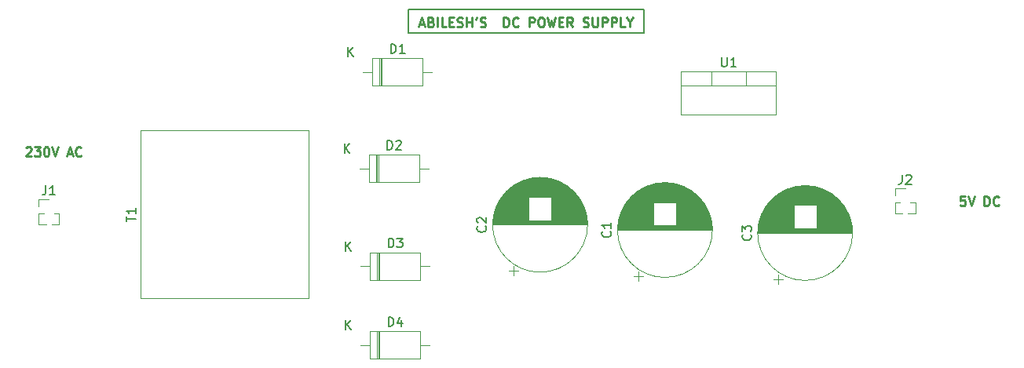
<source format=gto>
%TF.GenerationSoftware,KiCad,Pcbnew,(6.0.4)*%
%TF.CreationDate,2022-07-31T01:39:18+05:30*%
%TF.ProjectId,DC-POWER-SUPPLY,44432d50-4f57-4455-922d-535550504c59,rev?*%
%TF.SameCoordinates,Original*%
%TF.FileFunction,Legend,Top*%
%TF.FilePolarity,Positive*%
%FSLAX46Y46*%
G04 Gerber Fmt 4.6, Leading zero omitted, Abs format (unit mm)*
G04 Created by KiCad (PCBNEW (6.0.4)) date 2022-07-31 01:39:18*
%MOMM*%
%LPD*%
G01*
G04 APERTURE LIST*
%ADD10C,0.150000*%
%ADD11C,0.250000*%
%ADD12C,0.120000*%
G04 APERTURE END LIST*
D10*
X152273000Y-31496000D02*
X152273000Y-28956000D01*
X126873000Y-31496000D02*
X152273000Y-31496000D01*
X126873000Y-28956000D02*
X126873000Y-31496000D01*
X152273000Y-28956000D02*
X126873000Y-28956000D01*
D11*
X128120619Y-30519666D02*
X128596809Y-30519666D01*
X128025380Y-30805380D02*
X128358714Y-29805380D01*
X128692047Y-30805380D01*
X129358714Y-30281571D02*
X129501571Y-30329190D01*
X129549190Y-30376809D01*
X129596809Y-30472047D01*
X129596809Y-30614904D01*
X129549190Y-30710142D01*
X129501571Y-30757761D01*
X129406333Y-30805380D01*
X129025380Y-30805380D01*
X129025380Y-29805380D01*
X129358714Y-29805380D01*
X129453952Y-29853000D01*
X129501571Y-29900619D01*
X129549190Y-29995857D01*
X129549190Y-30091095D01*
X129501571Y-30186333D01*
X129453952Y-30233952D01*
X129358714Y-30281571D01*
X129025380Y-30281571D01*
X130025380Y-30805380D02*
X130025380Y-29805380D01*
X130977761Y-30805380D02*
X130501571Y-30805380D01*
X130501571Y-29805380D01*
X131311095Y-30281571D02*
X131644428Y-30281571D01*
X131787285Y-30805380D02*
X131311095Y-30805380D01*
X131311095Y-29805380D01*
X131787285Y-29805380D01*
X132168238Y-30757761D02*
X132311095Y-30805380D01*
X132549190Y-30805380D01*
X132644428Y-30757761D01*
X132692047Y-30710142D01*
X132739666Y-30614904D01*
X132739666Y-30519666D01*
X132692047Y-30424428D01*
X132644428Y-30376809D01*
X132549190Y-30329190D01*
X132358714Y-30281571D01*
X132263476Y-30233952D01*
X132215857Y-30186333D01*
X132168238Y-30091095D01*
X132168238Y-29995857D01*
X132215857Y-29900619D01*
X132263476Y-29853000D01*
X132358714Y-29805380D01*
X132596809Y-29805380D01*
X132739666Y-29853000D01*
X133168238Y-30805380D02*
X133168238Y-29805380D01*
X133168238Y-30281571D02*
X133739666Y-30281571D01*
X133739666Y-30805380D02*
X133739666Y-29805380D01*
X134263476Y-29805380D02*
X134168238Y-29995857D01*
X134644428Y-30757761D02*
X134787285Y-30805380D01*
X135025380Y-30805380D01*
X135120619Y-30757761D01*
X135168238Y-30710142D01*
X135215857Y-30614904D01*
X135215857Y-30519666D01*
X135168238Y-30424428D01*
X135120619Y-30376809D01*
X135025380Y-30329190D01*
X134834904Y-30281571D01*
X134739666Y-30233952D01*
X134692047Y-30186333D01*
X134644428Y-30091095D01*
X134644428Y-29995857D01*
X134692047Y-29900619D01*
X134739666Y-29853000D01*
X134834904Y-29805380D01*
X135073000Y-29805380D01*
X135215857Y-29853000D01*
X137168238Y-30805380D02*
X137168238Y-29805380D01*
X137406333Y-29805380D01*
X137549190Y-29853000D01*
X137644428Y-29948238D01*
X137692047Y-30043476D01*
X137739666Y-30233952D01*
X137739666Y-30376809D01*
X137692047Y-30567285D01*
X137644428Y-30662523D01*
X137549190Y-30757761D01*
X137406333Y-30805380D01*
X137168238Y-30805380D01*
X138739666Y-30710142D02*
X138692047Y-30757761D01*
X138549190Y-30805380D01*
X138453952Y-30805380D01*
X138311095Y-30757761D01*
X138215857Y-30662523D01*
X138168238Y-30567285D01*
X138120619Y-30376809D01*
X138120619Y-30233952D01*
X138168238Y-30043476D01*
X138215857Y-29948238D01*
X138311095Y-29853000D01*
X138453952Y-29805380D01*
X138549190Y-29805380D01*
X138692047Y-29853000D01*
X138739666Y-29900619D01*
X139930142Y-30805380D02*
X139930142Y-29805380D01*
X140311095Y-29805380D01*
X140406333Y-29853000D01*
X140453952Y-29900619D01*
X140501571Y-29995857D01*
X140501571Y-30138714D01*
X140453952Y-30233952D01*
X140406333Y-30281571D01*
X140311095Y-30329190D01*
X139930142Y-30329190D01*
X141120619Y-29805380D02*
X141311095Y-29805380D01*
X141406333Y-29853000D01*
X141501571Y-29948238D01*
X141549190Y-30138714D01*
X141549190Y-30472047D01*
X141501571Y-30662523D01*
X141406333Y-30757761D01*
X141311095Y-30805380D01*
X141120619Y-30805380D01*
X141025380Y-30757761D01*
X140930142Y-30662523D01*
X140882523Y-30472047D01*
X140882523Y-30138714D01*
X140930142Y-29948238D01*
X141025380Y-29853000D01*
X141120619Y-29805380D01*
X141882523Y-29805380D02*
X142120619Y-30805380D01*
X142311095Y-30091095D01*
X142501571Y-30805380D01*
X142739666Y-29805380D01*
X143120619Y-30281571D02*
X143453952Y-30281571D01*
X143596809Y-30805380D02*
X143120619Y-30805380D01*
X143120619Y-29805380D01*
X143596809Y-29805380D01*
X144596809Y-30805380D02*
X144263476Y-30329190D01*
X144025380Y-30805380D02*
X144025380Y-29805380D01*
X144406333Y-29805380D01*
X144501571Y-29853000D01*
X144549190Y-29900619D01*
X144596809Y-29995857D01*
X144596809Y-30138714D01*
X144549190Y-30233952D01*
X144501571Y-30281571D01*
X144406333Y-30329190D01*
X144025380Y-30329190D01*
X145739666Y-30757761D02*
X145882523Y-30805380D01*
X146120619Y-30805380D01*
X146215857Y-30757761D01*
X146263476Y-30710142D01*
X146311095Y-30614904D01*
X146311095Y-30519666D01*
X146263476Y-30424428D01*
X146215857Y-30376809D01*
X146120619Y-30329190D01*
X145930142Y-30281571D01*
X145834904Y-30233952D01*
X145787285Y-30186333D01*
X145739666Y-30091095D01*
X145739666Y-29995857D01*
X145787285Y-29900619D01*
X145834904Y-29853000D01*
X145930142Y-29805380D01*
X146168238Y-29805380D01*
X146311095Y-29853000D01*
X146739666Y-29805380D02*
X146739666Y-30614904D01*
X146787285Y-30710142D01*
X146834904Y-30757761D01*
X146930142Y-30805380D01*
X147120619Y-30805380D01*
X147215857Y-30757761D01*
X147263476Y-30710142D01*
X147311095Y-30614904D01*
X147311095Y-29805380D01*
X147787285Y-30805380D02*
X147787285Y-29805380D01*
X148168238Y-29805380D01*
X148263476Y-29853000D01*
X148311095Y-29900619D01*
X148358714Y-29995857D01*
X148358714Y-30138714D01*
X148311095Y-30233952D01*
X148263476Y-30281571D01*
X148168238Y-30329190D01*
X147787285Y-30329190D01*
X148787285Y-30805380D02*
X148787285Y-29805380D01*
X149168238Y-29805380D01*
X149263476Y-29853000D01*
X149311095Y-29900619D01*
X149358714Y-29995857D01*
X149358714Y-30138714D01*
X149311095Y-30233952D01*
X149263476Y-30281571D01*
X149168238Y-30329190D01*
X148787285Y-30329190D01*
X150263476Y-30805380D02*
X149787285Y-30805380D01*
X149787285Y-29805380D01*
X150787285Y-30329190D02*
X150787285Y-30805380D01*
X150453952Y-29805380D02*
X150787285Y-30329190D01*
X151120619Y-29805380D01*
X186896571Y-49109380D02*
X186420380Y-49109380D01*
X186372761Y-49585571D01*
X186420380Y-49537952D01*
X186515619Y-49490333D01*
X186753714Y-49490333D01*
X186848952Y-49537952D01*
X186896571Y-49585571D01*
X186944190Y-49680809D01*
X186944190Y-49918904D01*
X186896571Y-50014142D01*
X186848952Y-50061761D01*
X186753714Y-50109380D01*
X186515619Y-50109380D01*
X186420380Y-50061761D01*
X186372761Y-50014142D01*
X187229904Y-49109380D02*
X187563238Y-50109380D01*
X187896571Y-49109380D01*
X188991809Y-50109380D02*
X188991809Y-49109380D01*
X189229904Y-49109380D01*
X189372761Y-49157000D01*
X189468000Y-49252238D01*
X189515619Y-49347476D01*
X189563238Y-49537952D01*
X189563238Y-49680809D01*
X189515619Y-49871285D01*
X189468000Y-49966523D01*
X189372761Y-50061761D01*
X189229904Y-50109380D01*
X188991809Y-50109380D01*
X190563238Y-50014142D02*
X190515619Y-50061761D01*
X190372761Y-50109380D01*
X190277523Y-50109380D01*
X190134666Y-50061761D01*
X190039428Y-49966523D01*
X189991809Y-49871285D01*
X189944190Y-49680809D01*
X189944190Y-49537952D01*
X189991809Y-49347476D01*
X190039428Y-49252238D01*
X190134666Y-49157000D01*
X190277523Y-49109380D01*
X190372761Y-49109380D01*
X190515619Y-49157000D01*
X190563238Y-49204619D01*
X85669809Y-43870619D02*
X85717428Y-43823000D01*
X85812666Y-43775380D01*
X86050761Y-43775380D01*
X86146000Y-43823000D01*
X86193619Y-43870619D01*
X86241238Y-43965857D01*
X86241238Y-44061095D01*
X86193619Y-44203952D01*
X85622190Y-44775380D01*
X86241238Y-44775380D01*
X86574571Y-43775380D02*
X87193619Y-43775380D01*
X86860285Y-44156333D01*
X87003142Y-44156333D01*
X87098380Y-44203952D01*
X87146000Y-44251571D01*
X87193619Y-44346809D01*
X87193619Y-44584904D01*
X87146000Y-44680142D01*
X87098380Y-44727761D01*
X87003142Y-44775380D01*
X86717428Y-44775380D01*
X86622190Y-44727761D01*
X86574571Y-44680142D01*
X87812666Y-43775380D02*
X87907904Y-43775380D01*
X88003142Y-43823000D01*
X88050761Y-43870619D01*
X88098380Y-43965857D01*
X88146000Y-44156333D01*
X88146000Y-44394428D01*
X88098380Y-44584904D01*
X88050761Y-44680142D01*
X88003142Y-44727761D01*
X87907904Y-44775380D01*
X87812666Y-44775380D01*
X87717428Y-44727761D01*
X87669809Y-44680142D01*
X87622190Y-44584904D01*
X87574571Y-44394428D01*
X87574571Y-44156333D01*
X87622190Y-43965857D01*
X87669809Y-43870619D01*
X87717428Y-43823000D01*
X87812666Y-43775380D01*
X88431714Y-43775380D02*
X88765047Y-44775380D01*
X89098380Y-43775380D01*
X90146000Y-44489666D02*
X90622190Y-44489666D01*
X90050761Y-44775380D02*
X90384095Y-43775380D01*
X90717428Y-44775380D01*
X91622190Y-44680142D02*
X91574571Y-44727761D01*
X91431714Y-44775380D01*
X91336476Y-44775380D01*
X91193619Y-44727761D01*
X91098380Y-44632523D01*
X91050761Y-44537285D01*
X91003142Y-44346809D01*
X91003142Y-44203952D01*
X91050761Y-44013476D01*
X91098380Y-43918238D01*
X91193619Y-43823000D01*
X91336476Y-43775380D01*
X91431714Y-43775380D01*
X91574571Y-43823000D01*
X91622190Y-43870619D01*
D10*
%TO.C,C3*%
X163779142Y-53224666D02*
X163826761Y-53272285D01*
X163874380Y-53415142D01*
X163874380Y-53510380D01*
X163826761Y-53653238D01*
X163731523Y-53748476D01*
X163636285Y-53796095D01*
X163445809Y-53843714D01*
X163302952Y-53843714D01*
X163112476Y-53796095D01*
X163017238Y-53748476D01*
X162922000Y-53653238D01*
X162874380Y-53510380D01*
X162874380Y-53415142D01*
X162922000Y-53272285D01*
X162969619Y-53224666D01*
X162874380Y-52891333D02*
X162874380Y-52272285D01*
X163255333Y-52605619D01*
X163255333Y-52462761D01*
X163302952Y-52367523D01*
X163350571Y-52319904D01*
X163445809Y-52272285D01*
X163683904Y-52272285D01*
X163779142Y-52319904D01*
X163826761Y-52367523D01*
X163874380Y-52462761D01*
X163874380Y-52748476D01*
X163826761Y-52843714D01*
X163779142Y-52891333D01*
%TO.C,C2*%
X135204142Y-52335666D02*
X135251761Y-52383285D01*
X135299380Y-52526142D01*
X135299380Y-52621380D01*
X135251761Y-52764238D01*
X135156523Y-52859476D01*
X135061285Y-52907095D01*
X134870809Y-52954714D01*
X134727952Y-52954714D01*
X134537476Y-52907095D01*
X134442238Y-52859476D01*
X134347000Y-52764238D01*
X134299380Y-52621380D01*
X134299380Y-52526142D01*
X134347000Y-52383285D01*
X134394619Y-52335666D01*
X134394619Y-51954714D02*
X134347000Y-51907095D01*
X134299380Y-51811857D01*
X134299380Y-51573761D01*
X134347000Y-51478523D01*
X134394619Y-51430904D01*
X134489857Y-51383285D01*
X134585095Y-51383285D01*
X134727952Y-51430904D01*
X135299380Y-52002333D01*
X135299380Y-51383285D01*
%TO.C,C1*%
X148666142Y-52899666D02*
X148713761Y-52947285D01*
X148761380Y-53090142D01*
X148761380Y-53185380D01*
X148713761Y-53328238D01*
X148618523Y-53423476D01*
X148523285Y-53471095D01*
X148332809Y-53518714D01*
X148189952Y-53518714D01*
X147999476Y-53471095D01*
X147904238Y-53423476D01*
X147809000Y-53328238D01*
X147761380Y-53185380D01*
X147761380Y-53090142D01*
X147809000Y-52947285D01*
X147856619Y-52899666D01*
X148761380Y-51947285D02*
X148761380Y-52518714D01*
X148761380Y-52233000D02*
X147761380Y-52233000D01*
X147904238Y-52328238D01*
X147999476Y-52423476D01*
X148047095Y-52518714D01*
%TO.C,J2*%
X180133666Y-46779380D02*
X180133666Y-47493666D01*
X180086047Y-47636523D01*
X179990809Y-47731761D01*
X179847952Y-47779380D01*
X179752714Y-47779380D01*
X180562238Y-46874619D02*
X180609857Y-46827000D01*
X180705095Y-46779380D01*
X180943190Y-46779380D01*
X181038428Y-46827000D01*
X181086047Y-46874619D01*
X181133666Y-46969857D01*
X181133666Y-47065095D01*
X181086047Y-47207952D01*
X180514619Y-47779380D01*
X181133666Y-47779380D01*
%TO.C,J1*%
X87804666Y-47922380D02*
X87804666Y-48636666D01*
X87757047Y-48779523D01*
X87661809Y-48874761D01*
X87518952Y-48922380D01*
X87423714Y-48922380D01*
X88804666Y-48922380D02*
X88233238Y-48922380D01*
X88518952Y-48922380D02*
X88518952Y-47922380D01*
X88423714Y-48065238D01*
X88328476Y-48160476D01*
X88233238Y-48208095D01*
%TO.C,D4*%
X124737904Y-63133380D02*
X124737904Y-62133380D01*
X124976000Y-62133380D01*
X125118857Y-62181000D01*
X125214095Y-62276238D01*
X125261714Y-62371476D01*
X125309333Y-62561952D01*
X125309333Y-62704809D01*
X125261714Y-62895285D01*
X125214095Y-62990523D01*
X125118857Y-63085761D01*
X124976000Y-63133380D01*
X124737904Y-63133380D01*
X126166476Y-62466714D02*
X126166476Y-63133380D01*
X125928380Y-62085761D02*
X125690285Y-62800047D01*
X126309333Y-62800047D01*
X120134095Y-63503380D02*
X120134095Y-62503380D01*
X120705523Y-63503380D02*
X120276952Y-62931952D01*
X120705523Y-62503380D02*
X120134095Y-63074809D01*
%TO.C,D3*%
X124737904Y-54624380D02*
X124737904Y-53624380D01*
X124976000Y-53624380D01*
X125118857Y-53672000D01*
X125214095Y-53767238D01*
X125261714Y-53862476D01*
X125309333Y-54052952D01*
X125309333Y-54195809D01*
X125261714Y-54386285D01*
X125214095Y-54481523D01*
X125118857Y-54576761D01*
X124976000Y-54624380D01*
X124737904Y-54624380D01*
X125642666Y-53624380D02*
X126261714Y-53624380D01*
X125928380Y-54005333D01*
X126071238Y-54005333D01*
X126166476Y-54052952D01*
X126214095Y-54100571D01*
X126261714Y-54195809D01*
X126261714Y-54433904D01*
X126214095Y-54529142D01*
X126166476Y-54576761D01*
X126071238Y-54624380D01*
X125785523Y-54624380D01*
X125690285Y-54576761D01*
X125642666Y-54529142D01*
X120134095Y-54994380D02*
X120134095Y-53994380D01*
X120705523Y-54994380D02*
X120276952Y-54422952D01*
X120705523Y-53994380D02*
X120134095Y-54565809D01*
%TO.C,D2*%
X124610904Y-44083380D02*
X124610904Y-43083380D01*
X124849000Y-43083380D01*
X124991857Y-43131000D01*
X125087095Y-43226238D01*
X125134714Y-43321476D01*
X125182333Y-43511952D01*
X125182333Y-43654809D01*
X125134714Y-43845285D01*
X125087095Y-43940523D01*
X124991857Y-44035761D01*
X124849000Y-44083380D01*
X124610904Y-44083380D01*
X125563285Y-43178619D02*
X125610904Y-43131000D01*
X125706142Y-43083380D01*
X125944238Y-43083380D01*
X126039476Y-43131000D01*
X126087095Y-43178619D01*
X126134714Y-43273857D01*
X126134714Y-43369095D01*
X126087095Y-43511952D01*
X125515666Y-44083380D01*
X126134714Y-44083380D01*
X120007095Y-44453380D02*
X120007095Y-43453380D01*
X120578523Y-44453380D02*
X120149952Y-43881952D01*
X120578523Y-43453380D02*
X120007095Y-44024809D01*
%TO.C,D1*%
X124991904Y-33669380D02*
X124991904Y-32669380D01*
X125230000Y-32669380D01*
X125372857Y-32717000D01*
X125468095Y-32812238D01*
X125515714Y-32907476D01*
X125563333Y-33097952D01*
X125563333Y-33240809D01*
X125515714Y-33431285D01*
X125468095Y-33526523D01*
X125372857Y-33621761D01*
X125230000Y-33669380D01*
X124991904Y-33669380D01*
X126515714Y-33669380D02*
X125944285Y-33669380D01*
X126230000Y-33669380D02*
X126230000Y-32669380D01*
X126134761Y-32812238D01*
X126039523Y-32907476D01*
X125944285Y-32955095D01*
X120388095Y-34039380D02*
X120388095Y-33039380D01*
X120959523Y-34039380D02*
X120530952Y-33467952D01*
X120959523Y-33039380D02*
X120388095Y-33610809D01*
%TO.C,U1*%
X160655095Y-34100380D02*
X160655095Y-34909904D01*
X160702714Y-35005142D01*
X160750333Y-35052761D01*
X160845571Y-35100380D01*
X161036047Y-35100380D01*
X161131285Y-35052761D01*
X161178904Y-35005142D01*
X161226523Y-34909904D01*
X161226523Y-34100380D01*
X162226523Y-35100380D02*
X161655095Y-35100380D01*
X161940809Y-35100380D02*
X161940809Y-34100380D01*
X161845571Y-34243238D01*
X161750333Y-34338476D01*
X161655095Y-34386095D01*
%TO.C,T1*%
X96503380Y-51815904D02*
X96503380Y-51244476D01*
X97503380Y-51530190D02*
X96503380Y-51530190D01*
X97503380Y-50387333D02*
X97503380Y-50958761D01*
X97503380Y-50673047D02*
X96503380Y-50673047D01*
X96646238Y-50768285D01*
X96741476Y-50863523D01*
X96789095Y-50958761D01*
D12*
%TO.C,C3*%
X165399000Y-50297000D02*
X168431000Y-50297000D01*
X170913000Y-50897000D02*
X174275000Y-50897000D01*
X164690000Y-52057000D02*
X168431000Y-52057000D01*
X165956000Y-49577000D02*
X173388000Y-49577000D01*
X165051000Y-50937000D02*
X168431000Y-50937000D01*
X165780000Y-49777000D02*
X173564000Y-49777000D01*
X164622000Y-52498000D02*
X168431000Y-52498000D01*
X170913000Y-51617000D02*
X174546000Y-51617000D01*
X166466000Y-49097000D02*
X172878000Y-49097000D01*
X170913000Y-50177000D02*
X173866000Y-50177000D01*
X168294000Y-48137000D02*
X171050000Y-48137000D01*
X165506000Y-50137000D02*
X168431000Y-50137000D01*
X164637000Y-52378000D02*
X168431000Y-52378000D01*
X164904000Y-51297000D02*
X168431000Y-51297000D01*
X164594000Y-52898000D02*
X174750000Y-52898000D01*
X164848000Y-51457000D02*
X168431000Y-51457000D01*
X164787000Y-51657000D02*
X168431000Y-51657000D01*
X164648000Y-52297000D02*
X168431000Y-52297000D01*
X167233000Y-48577000D02*
X172111000Y-48577000D01*
X167307000Y-48537000D02*
X172037000Y-48537000D01*
X165088000Y-50857000D02*
X168431000Y-50857000D01*
X164592000Y-53058000D02*
X174752000Y-53058000D01*
X165592000Y-50017000D02*
X173752000Y-50017000D01*
X167728000Y-48337000D02*
X171616000Y-48337000D01*
X170913000Y-51697000D02*
X174569000Y-51697000D01*
X164725000Y-51897000D02*
X168431000Y-51897000D01*
X164716000Y-51937000D02*
X168431000Y-51937000D01*
X170913000Y-51737000D02*
X174579000Y-51737000D01*
X164875000Y-51377000D02*
X168431000Y-51377000D01*
X170913000Y-51097000D02*
X174362000Y-51097000D01*
X166111000Y-49417000D02*
X173233000Y-49417000D01*
X170913000Y-51377000D02*
X174469000Y-51377000D01*
X166672000Y-48937000D02*
X172672000Y-48937000D01*
X170913000Y-50937000D02*
X174293000Y-50937000D01*
X164595000Y-52858000D02*
X174749000Y-52858000D01*
X164675000Y-52137000D02*
X168431000Y-52137000D01*
X170913000Y-51017000D02*
X174329000Y-51017000D01*
X170913000Y-50297000D02*
X173945000Y-50297000D01*
X170913000Y-51457000D02*
X174496000Y-51457000D01*
X165033000Y-50977000D02*
X168431000Y-50977000D01*
X164734000Y-51857000D02*
X168431000Y-51857000D01*
X164754000Y-51777000D02*
X168431000Y-51777000D01*
X170913000Y-50217000D02*
X173893000Y-50217000D01*
X166236000Y-49297000D02*
X173108000Y-49297000D01*
X166566000Y-49017000D02*
X172778000Y-49017000D01*
X164642000Y-52337000D02*
X168431000Y-52337000D01*
X165015000Y-51017000D02*
X168431000Y-51017000D01*
X165325000Y-50417000D02*
X168431000Y-50417000D01*
X170913000Y-51177000D02*
X174395000Y-51177000D01*
X165425000Y-50257000D02*
X168431000Y-50257000D01*
X170913000Y-50697000D02*
X174176000Y-50697000D01*
X170913000Y-52137000D02*
X174669000Y-52137000D01*
X170913000Y-50337000D02*
X173970000Y-50337000D01*
X164810000Y-51577000D02*
X168431000Y-51577000D01*
X164592000Y-53018000D02*
X174752000Y-53018000D01*
X170913000Y-50257000D02*
X173919000Y-50257000D01*
X170913000Y-52418000D02*
X174712000Y-52418000D01*
X164654000Y-52257000D02*
X168431000Y-52257000D01*
X170913000Y-51857000D02*
X174610000Y-51857000D01*
X164861000Y-51417000D02*
X168431000Y-51417000D01*
X166963000Y-48737000D02*
X172381000Y-48737000D01*
X170913000Y-50497000D02*
X174067000Y-50497000D01*
X164661000Y-52217000D02*
X168431000Y-52217000D01*
X170913000Y-50817000D02*
X174236000Y-50817000D01*
X165534000Y-50097000D02*
X168431000Y-50097000D01*
X170913000Y-52458000D02*
X174717000Y-52458000D01*
X165168000Y-50697000D02*
X168431000Y-50697000D01*
X164822000Y-51537000D02*
X168431000Y-51537000D01*
X165374000Y-50337000D02*
X168431000Y-50337000D01*
X165189000Y-50657000D02*
X168431000Y-50657000D01*
X170913000Y-52538000D02*
X174726000Y-52538000D01*
X165478000Y-50177000D02*
X168431000Y-50177000D01*
X170913000Y-50577000D02*
X174112000Y-50577000D01*
X166783000Y-48857000D02*
X172561000Y-48857000D01*
X170913000Y-50737000D02*
X174197000Y-50737000D01*
X170913000Y-50457000D02*
X174043000Y-50457000D01*
X170913000Y-52297000D02*
X174696000Y-52297000D01*
X170913000Y-52498000D02*
X174722000Y-52498000D01*
X164982000Y-51097000D02*
X168431000Y-51097000D01*
X170913000Y-51497000D02*
X174509000Y-51497000D01*
X170913000Y-52217000D02*
X174683000Y-52217000D01*
X165715000Y-49857000D02*
X173629000Y-49857000D01*
X170913000Y-50417000D02*
X174019000Y-50417000D01*
X170913000Y-52378000D02*
X174707000Y-52378000D01*
X170913000Y-50977000D02*
X174311000Y-50977000D01*
X170913000Y-52097000D02*
X174662000Y-52097000D01*
X170913000Y-51337000D02*
X174455000Y-51337000D01*
X166371000Y-49177000D02*
X172973000Y-49177000D01*
X165848000Y-49697000D02*
X173496000Y-49697000D01*
X164618000Y-52538000D02*
X168431000Y-52538000D01*
X170913000Y-51657000D02*
X174557000Y-51657000D01*
X167463000Y-48457000D02*
X171881000Y-48457000D01*
X170913000Y-51297000D02*
X174440000Y-51297000D01*
X170913000Y-51537000D02*
X174522000Y-51537000D01*
X170913000Y-51577000D02*
X174534000Y-51577000D01*
X164835000Y-51497000D02*
X168431000Y-51497000D01*
X166902000Y-48777000D02*
X172442000Y-48777000D01*
X170913000Y-50097000D02*
X173810000Y-50097000D01*
X167162000Y-48617000D02*
X172182000Y-48617000D01*
X164934000Y-51217000D02*
X168431000Y-51217000D01*
X165814000Y-49737000D02*
X173530000Y-49737000D01*
X167635000Y-48377000D02*
X171709000Y-48377000D01*
X168610000Y-48057000D02*
X170734000Y-48057000D01*
X165127000Y-50777000D02*
X168431000Y-50777000D01*
X170913000Y-51897000D02*
X174619000Y-51897000D01*
X167547000Y-48417000D02*
X171797000Y-48417000D01*
X170913000Y-51977000D02*
X174637000Y-51977000D01*
X170913000Y-52057000D02*
X174654000Y-52057000D01*
X170913000Y-51137000D02*
X174379000Y-51137000D01*
X170913000Y-51217000D02*
X174410000Y-51217000D01*
X164604000Y-52698000D02*
X174740000Y-52698000D01*
X170913000Y-52177000D02*
X174676000Y-52177000D01*
X165255000Y-50537000D02*
X168431000Y-50537000D01*
X165622000Y-49977000D02*
X173722000Y-49977000D01*
X164798000Y-51617000D02*
X168431000Y-51617000D01*
X170913000Y-50857000D02*
X174256000Y-50857000D01*
X165683000Y-49897000D02*
X173661000Y-49897000D01*
X165993000Y-49537000D02*
X173351000Y-49537000D01*
X170913000Y-52017000D02*
X174646000Y-52017000D01*
X170913000Y-51057000D02*
X174346000Y-51057000D01*
X170913000Y-50777000D02*
X174217000Y-50777000D01*
X164707000Y-51977000D02*
X168431000Y-51977000D01*
X164610000Y-52618000D02*
X174734000Y-52618000D01*
X166032000Y-49497000D02*
X173312000Y-49497000D01*
X168162000Y-48177000D02*
X171182000Y-48177000D01*
X164668000Y-52177000D02*
X168431000Y-52177000D01*
X164918000Y-51257000D02*
X168431000Y-51257000D01*
X164682000Y-52097000D02*
X168431000Y-52097000D01*
X167027000Y-48697000D02*
X172317000Y-48697000D01*
X165301000Y-50457000D02*
X168431000Y-50457000D01*
X165232000Y-50577000D02*
X168431000Y-50577000D01*
X167930000Y-48257000D02*
X171414000Y-48257000D01*
X170913000Y-50377000D02*
X173995000Y-50377000D01*
X170913000Y-51937000D02*
X174628000Y-51937000D01*
X168442000Y-48097000D02*
X170902000Y-48097000D01*
X170913000Y-50657000D02*
X174155000Y-50657000D01*
X164965000Y-51137000D02*
X168431000Y-51137000D01*
X168042000Y-48217000D02*
X171302000Y-48217000D01*
X167383000Y-48497000D02*
X171961000Y-48497000D01*
X170913000Y-51417000D02*
X174483000Y-51417000D01*
X170913000Y-51777000D02*
X174590000Y-51777000D01*
X170913000Y-51257000D02*
X174426000Y-51257000D01*
X166516000Y-49057000D02*
X172828000Y-49057000D01*
X170913000Y-51817000D02*
X174600000Y-51817000D01*
X166071000Y-49457000D02*
X173273000Y-49457000D01*
X164607000Y-52658000D02*
X174737000Y-52658000D01*
X166325000Y-49217000D02*
X173019000Y-49217000D01*
X165747000Y-49817000D02*
X173597000Y-49817000D01*
X164744000Y-51817000D02*
X168431000Y-51817000D01*
X164889000Y-51337000D02*
X168431000Y-51337000D01*
X164775000Y-51697000D02*
X168431000Y-51697000D01*
X165147000Y-50737000D02*
X168431000Y-50737000D01*
X166280000Y-49257000D02*
X173064000Y-49257000D01*
X164602000Y-52738000D02*
X174742000Y-52738000D01*
X167826000Y-48297000D02*
X171518000Y-48297000D01*
X166152000Y-49377000D02*
X173192000Y-49377000D01*
X164698000Y-52017000D02*
X168431000Y-52017000D01*
X170913000Y-52257000D02*
X174690000Y-52257000D01*
X169073000Y-47977000D02*
X170271000Y-47977000D01*
X164599000Y-52778000D02*
X174745000Y-52778000D01*
X164627000Y-52458000D02*
X168431000Y-52458000D01*
X164949000Y-51177000D02*
X168431000Y-51177000D01*
X164614000Y-52578000D02*
X174730000Y-52578000D01*
X166842000Y-48817000D02*
X172502000Y-48817000D01*
X166727000Y-48897000D02*
X172617000Y-48897000D01*
X167093000Y-48657000D02*
X172251000Y-48657000D01*
X166418000Y-49137000D02*
X172926000Y-49137000D01*
X166194000Y-49337000D02*
X173150000Y-49337000D01*
X164593000Y-52938000D02*
X174751000Y-52938000D01*
X170913000Y-52337000D02*
X174702000Y-52337000D01*
X164765000Y-51737000D02*
X168431000Y-51737000D01*
X168810000Y-48017000D02*
X170534000Y-48017000D01*
X170913000Y-50137000D02*
X173838000Y-50137000D01*
X166797000Y-58537646D02*
X166797000Y-57537646D01*
X165349000Y-50377000D02*
X168431000Y-50377000D01*
X166297000Y-58037646D02*
X167297000Y-58037646D01*
X170913000Y-50537000D02*
X174089000Y-50537000D01*
X165883000Y-49657000D02*
X173461000Y-49657000D01*
X164592000Y-52978000D02*
X174752000Y-52978000D01*
X165069000Y-50897000D02*
X168431000Y-50897000D01*
X164998000Y-51057000D02*
X168431000Y-51057000D01*
X165277000Y-50497000D02*
X168431000Y-50497000D01*
X164632000Y-52418000D02*
X168431000Y-52418000D01*
X165108000Y-50817000D02*
X168431000Y-50817000D01*
X165451000Y-50217000D02*
X168431000Y-50217000D01*
X165652000Y-49937000D02*
X173692000Y-49937000D01*
X170913000Y-50617000D02*
X174134000Y-50617000D01*
X165210000Y-50617000D02*
X168431000Y-50617000D01*
X166618000Y-48977000D02*
X172726000Y-48977000D01*
X165919000Y-49617000D02*
X173425000Y-49617000D01*
X165562000Y-50057000D02*
X173782000Y-50057000D01*
X164597000Y-52818000D02*
X174747000Y-52818000D01*
X174792000Y-53058000D02*
G75*
G03*
X174792000Y-53058000I-5120000J0D01*
G01*
%TO.C,C2*%
X136824000Y-49408000D02*
X139856000Y-49408000D01*
X142338000Y-50008000D02*
X145700000Y-50008000D01*
X136115000Y-51168000D02*
X139856000Y-51168000D01*
X137381000Y-48688000D02*
X144813000Y-48688000D01*
X136476000Y-50048000D02*
X139856000Y-50048000D01*
X137205000Y-48888000D02*
X144989000Y-48888000D01*
X136047000Y-51609000D02*
X139856000Y-51609000D01*
X142338000Y-50728000D02*
X145971000Y-50728000D01*
X137891000Y-48208000D02*
X144303000Y-48208000D01*
X142338000Y-49288000D02*
X145291000Y-49288000D01*
X139719000Y-47248000D02*
X142475000Y-47248000D01*
X136931000Y-49248000D02*
X139856000Y-49248000D01*
X136062000Y-51489000D02*
X139856000Y-51489000D01*
X136329000Y-50408000D02*
X139856000Y-50408000D01*
X136019000Y-52009000D02*
X146175000Y-52009000D01*
X136273000Y-50568000D02*
X139856000Y-50568000D01*
X136212000Y-50768000D02*
X139856000Y-50768000D01*
X136073000Y-51408000D02*
X139856000Y-51408000D01*
X138658000Y-47688000D02*
X143536000Y-47688000D01*
X138732000Y-47648000D02*
X143462000Y-47648000D01*
X136513000Y-49968000D02*
X139856000Y-49968000D01*
X136017000Y-52169000D02*
X146177000Y-52169000D01*
X137017000Y-49128000D02*
X145177000Y-49128000D01*
X139153000Y-47448000D02*
X143041000Y-47448000D01*
X142338000Y-50808000D02*
X145994000Y-50808000D01*
X136150000Y-51008000D02*
X139856000Y-51008000D01*
X136141000Y-51048000D02*
X139856000Y-51048000D01*
X142338000Y-50848000D02*
X146004000Y-50848000D01*
X136300000Y-50488000D02*
X139856000Y-50488000D01*
X142338000Y-50208000D02*
X145787000Y-50208000D01*
X137536000Y-48528000D02*
X144658000Y-48528000D01*
X142338000Y-50488000D02*
X145894000Y-50488000D01*
X138097000Y-48048000D02*
X144097000Y-48048000D01*
X142338000Y-50048000D02*
X145718000Y-50048000D01*
X136020000Y-51969000D02*
X146174000Y-51969000D01*
X136100000Y-51248000D02*
X139856000Y-51248000D01*
X142338000Y-50128000D02*
X145754000Y-50128000D01*
X142338000Y-49408000D02*
X145370000Y-49408000D01*
X142338000Y-50568000D02*
X145921000Y-50568000D01*
X136458000Y-50088000D02*
X139856000Y-50088000D01*
X136159000Y-50968000D02*
X139856000Y-50968000D01*
X136179000Y-50888000D02*
X139856000Y-50888000D01*
X142338000Y-49328000D02*
X145318000Y-49328000D01*
X137661000Y-48408000D02*
X144533000Y-48408000D01*
X137991000Y-48128000D02*
X144203000Y-48128000D01*
X136067000Y-51448000D02*
X139856000Y-51448000D01*
X136440000Y-50128000D02*
X139856000Y-50128000D01*
X136750000Y-49528000D02*
X139856000Y-49528000D01*
X142338000Y-50288000D02*
X145820000Y-50288000D01*
X136850000Y-49368000D02*
X139856000Y-49368000D01*
X142338000Y-49808000D02*
X145601000Y-49808000D01*
X142338000Y-51248000D02*
X146094000Y-51248000D01*
X142338000Y-49448000D02*
X145395000Y-49448000D01*
X136235000Y-50688000D02*
X139856000Y-50688000D01*
X136017000Y-52129000D02*
X146177000Y-52129000D01*
X142338000Y-49368000D02*
X145344000Y-49368000D01*
X142338000Y-51529000D02*
X146137000Y-51529000D01*
X136079000Y-51368000D02*
X139856000Y-51368000D01*
X142338000Y-50968000D02*
X146035000Y-50968000D01*
X136286000Y-50528000D02*
X139856000Y-50528000D01*
X138388000Y-47848000D02*
X143806000Y-47848000D01*
X142338000Y-49608000D02*
X145492000Y-49608000D01*
X136086000Y-51328000D02*
X139856000Y-51328000D01*
X142338000Y-49928000D02*
X145661000Y-49928000D01*
X136959000Y-49208000D02*
X139856000Y-49208000D01*
X142338000Y-51569000D02*
X146142000Y-51569000D01*
X136593000Y-49808000D02*
X139856000Y-49808000D01*
X136247000Y-50648000D02*
X139856000Y-50648000D01*
X136799000Y-49448000D02*
X139856000Y-49448000D01*
X136614000Y-49768000D02*
X139856000Y-49768000D01*
X142338000Y-51649000D02*
X146151000Y-51649000D01*
X136903000Y-49288000D02*
X139856000Y-49288000D01*
X142338000Y-49688000D02*
X145537000Y-49688000D01*
X138208000Y-47968000D02*
X143986000Y-47968000D01*
X142338000Y-49848000D02*
X145622000Y-49848000D01*
X142338000Y-49568000D02*
X145468000Y-49568000D01*
X142338000Y-51408000D02*
X146121000Y-51408000D01*
X142338000Y-51609000D02*
X146147000Y-51609000D01*
X136407000Y-50208000D02*
X139856000Y-50208000D01*
X142338000Y-50608000D02*
X145934000Y-50608000D01*
X142338000Y-51328000D02*
X146108000Y-51328000D01*
X137140000Y-48968000D02*
X145054000Y-48968000D01*
X142338000Y-49528000D02*
X145444000Y-49528000D01*
X142338000Y-51489000D02*
X146132000Y-51489000D01*
X142338000Y-50088000D02*
X145736000Y-50088000D01*
X142338000Y-51208000D02*
X146087000Y-51208000D01*
X142338000Y-50448000D02*
X145880000Y-50448000D01*
X137796000Y-48288000D02*
X144398000Y-48288000D01*
X137273000Y-48808000D02*
X144921000Y-48808000D01*
X136043000Y-51649000D02*
X139856000Y-51649000D01*
X142338000Y-50768000D02*
X145982000Y-50768000D01*
X138888000Y-47568000D02*
X143306000Y-47568000D01*
X142338000Y-50408000D02*
X145865000Y-50408000D01*
X142338000Y-50648000D02*
X145947000Y-50648000D01*
X142338000Y-50688000D02*
X145959000Y-50688000D01*
X136260000Y-50608000D02*
X139856000Y-50608000D01*
X138327000Y-47888000D02*
X143867000Y-47888000D01*
X142338000Y-49208000D02*
X145235000Y-49208000D01*
X138587000Y-47728000D02*
X143607000Y-47728000D01*
X136359000Y-50328000D02*
X139856000Y-50328000D01*
X137239000Y-48848000D02*
X144955000Y-48848000D01*
X139060000Y-47488000D02*
X143134000Y-47488000D01*
X140035000Y-47168000D02*
X142159000Y-47168000D01*
X136552000Y-49888000D02*
X139856000Y-49888000D01*
X142338000Y-51008000D02*
X146044000Y-51008000D01*
X138972000Y-47528000D02*
X143222000Y-47528000D01*
X142338000Y-51088000D02*
X146062000Y-51088000D01*
X142338000Y-51168000D02*
X146079000Y-51168000D01*
X142338000Y-50248000D02*
X145804000Y-50248000D01*
X142338000Y-50328000D02*
X145835000Y-50328000D01*
X136029000Y-51809000D02*
X146165000Y-51809000D01*
X142338000Y-51288000D02*
X146101000Y-51288000D01*
X136680000Y-49648000D02*
X139856000Y-49648000D01*
X137047000Y-49088000D02*
X145147000Y-49088000D01*
X136223000Y-50728000D02*
X139856000Y-50728000D01*
X142338000Y-49968000D02*
X145681000Y-49968000D01*
X137108000Y-49008000D02*
X145086000Y-49008000D01*
X137418000Y-48648000D02*
X144776000Y-48648000D01*
X142338000Y-51128000D02*
X146071000Y-51128000D01*
X142338000Y-50168000D02*
X145771000Y-50168000D01*
X142338000Y-49888000D02*
X145642000Y-49888000D01*
X136132000Y-51088000D02*
X139856000Y-51088000D01*
X136035000Y-51729000D02*
X146159000Y-51729000D01*
X137457000Y-48608000D02*
X144737000Y-48608000D01*
X139587000Y-47288000D02*
X142607000Y-47288000D01*
X136093000Y-51288000D02*
X139856000Y-51288000D01*
X136343000Y-50368000D02*
X139856000Y-50368000D01*
X136107000Y-51208000D02*
X139856000Y-51208000D01*
X138452000Y-47808000D02*
X143742000Y-47808000D01*
X136726000Y-49568000D02*
X139856000Y-49568000D01*
X136657000Y-49688000D02*
X139856000Y-49688000D01*
X139355000Y-47368000D02*
X142839000Y-47368000D01*
X142338000Y-49488000D02*
X145420000Y-49488000D01*
X142338000Y-51048000D02*
X146053000Y-51048000D01*
X139867000Y-47208000D02*
X142327000Y-47208000D01*
X142338000Y-49768000D02*
X145580000Y-49768000D01*
X136390000Y-50248000D02*
X139856000Y-50248000D01*
X139467000Y-47328000D02*
X142727000Y-47328000D01*
X138808000Y-47608000D02*
X143386000Y-47608000D01*
X142338000Y-50528000D02*
X145908000Y-50528000D01*
X142338000Y-50888000D02*
X146015000Y-50888000D01*
X142338000Y-50368000D02*
X145851000Y-50368000D01*
X137941000Y-48168000D02*
X144253000Y-48168000D01*
X142338000Y-50928000D02*
X146025000Y-50928000D01*
X137496000Y-48568000D02*
X144698000Y-48568000D01*
X136032000Y-51769000D02*
X146162000Y-51769000D01*
X137750000Y-48328000D02*
X144444000Y-48328000D01*
X137172000Y-48928000D02*
X145022000Y-48928000D01*
X136169000Y-50928000D02*
X139856000Y-50928000D01*
X136314000Y-50448000D02*
X139856000Y-50448000D01*
X136200000Y-50808000D02*
X139856000Y-50808000D01*
X136572000Y-49848000D02*
X139856000Y-49848000D01*
X137705000Y-48368000D02*
X144489000Y-48368000D01*
X136027000Y-51849000D02*
X146167000Y-51849000D01*
X139251000Y-47408000D02*
X142943000Y-47408000D01*
X137577000Y-48488000D02*
X144617000Y-48488000D01*
X136123000Y-51128000D02*
X139856000Y-51128000D01*
X142338000Y-51368000D02*
X146115000Y-51368000D01*
X140498000Y-47088000D02*
X141696000Y-47088000D01*
X136024000Y-51889000D02*
X146170000Y-51889000D01*
X136052000Y-51569000D02*
X139856000Y-51569000D01*
X136374000Y-50288000D02*
X139856000Y-50288000D01*
X136039000Y-51689000D02*
X146155000Y-51689000D01*
X138267000Y-47928000D02*
X143927000Y-47928000D01*
X138152000Y-48008000D02*
X144042000Y-48008000D01*
X138518000Y-47768000D02*
X143676000Y-47768000D01*
X137843000Y-48248000D02*
X144351000Y-48248000D01*
X137619000Y-48448000D02*
X144575000Y-48448000D01*
X136018000Y-52049000D02*
X146176000Y-52049000D01*
X142338000Y-51448000D02*
X146127000Y-51448000D01*
X136190000Y-50848000D02*
X139856000Y-50848000D01*
X140235000Y-47128000D02*
X141959000Y-47128000D01*
X142338000Y-49248000D02*
X145263000Y-49248000D01*
X138222000Y-57648646D02*
X138222000Y-56648646D01*
X136774000Y-49488000D02*
X139856000Y-49488000D01*
X137722000Y-57148646D02*
X138722000Y-57148646D01*
X142338000Y-49648000D02*
X145514000Y-49648000D01*
X137308000Y-48768000D02*
X144886000Y-48768000D01*
X136017000Y-52089000D02*
X146177000Y-52089000D01*
X136494000Y-50008000D02*
X139856000Y-50008000D01*
X136423000Y-50168000D02*
X139856000Y-50168000D01*
X136702000Y-49608000D02*
X139856000Y-49608000D01*
X136057000Y-51529000D02*
X139856000Y-51529000D01*
X136533000Y-49928000D02*
X139856000Y-49928000D01*
X136876000Y-49328000D02*
X139856000Y-49328000D01*
X137077000Y-49048000D02*
X145117000Y-49048000D01*
X142338000Y-49728000D02*
X145559000Y-49728000D01*
X136635000Y-49728000D02*
X139856000Y-49728000D01*
X138043000Y-48088000D02*
X144151000Y-48088000D01*
X137344000Y-48728000D02*
X144850000Y-48728000D01*
X136987000Y-49168000D02*
X145207000Y-49168000D01*
X136022000Y-51929000D02*
X146172000Y-51929000D01*
X146217000Y-52169000D02*
G75*
G03*
X146217000Y-52169000I-5120000J0D01*
G01*
%TO.C,C1*%
X159679000Y-52733000D02*
G75*
G03*
X159679000Y-52733000I-5120000J0D01*
G01*
X149484000Y-52493000D02*
X159634000Y-52493000D01*
X150449000Y-49732000D02*
X158669000Y-49732000D01*
X150806000Y-49292000D02*
X158312000Y-49292000D01*
X151505000Y-48652000D02*
X157613000Y-48652000D01*
X150097000Y-50292000D02*
X153318000Y-50292000D01*
X155800000Y-50292000D02*
X159021000Y-50292000D01*
X150539000Y-49612000D02*
X158579000Y-49612000D01*
X150338000Y-49892000D02*
X153318000Y-49892000D01*
X149995000Y-50492000D02*
X153318000Y-50492000D01*
X149519000Y-52093000D02*
X153318000Y-52093000D01*
X150164000Y-50172000D02*
X153318000Y-50172000D01*
X149885000Y-50732000D02*
X153318000Y-50732000D01*
X149956000Y-50572000D02*
X153318000Y-50572000D01*
X149479000Y-52653000D02*
X159639000Y-52653000D01*
X150770000Y-49332000D02*
X158348000Y-49332000D01*
X155800000Y-50212000D02*
X158976000Y-50212000D01*
X151184000Y-57712646D02*
X152184000Y-57712646D01*
X150236000Y-50052000D02*
X153318000Y-50052000D01*
X151684000Y-58212646D02*
X151684000Y-57212646D01*
X155800000Y-49812000D02*
X158725000Y-49812000D01*
X153697000Y-47692000D02*
X155421000Y-47692000D01*
X149652000Y-51412000D02*
X153318000Y-51412000D01*
X155800000Y-52012000D02*
X159589000Y-52012000D01*
X149480000Y-52613000D02*
X159638000Y-52613000D01*
X151081000Y-49012000D02*
X158037000Y-49012000D01*
X151305000Y-48812000D02*
X157813000Y-48812000D01*
X151980000Y-48332000D02*
X157138000Y-48332000D01*
X151614000Y-48572000D02*
X157504000Y-48572000D01*
X151729000Y-48492000D02*
X157389000Y-48492000D01*
X149501000Y-52253000D02*
X159617000Y-52253000D01*
X149836000Y-50852000D02*
X153318000Y-50852000D01*
X149514000Y-52133000D02*
X153318000Y-52133000D01*
X149486000Y-52453000D02*
X159632000Y-52453000D01*
X153960000Y-47652000D02*
X155158000Y-47652000D01*
X155800000Y-51932000D02*
X159577000Y-51932000D01*
X149585000Y-51692000D02*
X153318000Y-51692000D01*
X151039000Y-49052000D02*
X158079000Y-49052000D01*
X152713000Y-47972000D02*
X156405000Y-47972000D01*
X149489000Y-52413000D02*
X159629000Y-52413000D01*
X151167000Y-48932000D02*
X157951000Y-48932000D01*
X150034000Y-50412000D02*
X153318000Y-50412000D01*
X149662000Y-51372000D02*
X153318000Y-51372000D01*
X149776000Y-51012000D02*
X153318000Y-51012000D01*
X149631000Y-51492000D02*
X153318000Y-51492000D01*
X150634000Y-49492000D02*
X158484000Y-49492000D01*
X151212000Y-48892000D02*
X157906000Y-48892000D01*
X149494000Y-52333000D02*
X159624000Y-52333000D01*
X150958000Y-49132000D02*
X158160000Y-49132000D01*
X155800000Y-51492000D02*
X159487000Y-51492000D01*
X151403000Y-48732000D02*
X157715000Y-48732000D01*
X155800000Y-50932000D02*
X159313000Y-50932000D01*
X155800000Y-51452000D02*
X159477000Y-51452000D01*
X155800000Y-51092000D02*
X159370000Y-51092000D01*
X152270000Y-48172000D02*
X156848000Y-48172000D01*
X152929000Y-47892000D02*
X156189000Y-47892000D01*
X149852000Y-50812000D02*
X153318000Y-50812000D01*
X155800000Y-50332000D02*
X159042000Y-50332000D01*
X153329000Y-47772000D02*
X155789000Y-47772000D01*
X155800000Y-51612000D02*
X159515000Y-51612000D01*
X155800000Y-50052000D02*
X158882000Y-50052000D01*
X152817000Y-47932000D02*
X156301000Y-47932000D01*
X150119000Y-50252000D02*
X153318000Y-50252000D01*
X150188000Y-50132000D02*
X153318000Y-50132000D01*
X151914000Y-48372000D02*
X157204000Y-48372000D01*
X149569000Y-51772000D02*
X153318000Y-51772000D01*
X149805000Y-50932000D02*
X153318000Y-50932000D01*
X149555000Y-51852000D02*
X153318000Y-51852000D01*
X153049000Y-47852000D02*
X156069000Y-47852000D01*
X150919000Y-49172000D02*
X158199000Y-49172000D01*
X149497000Y-52293000D02*
X159621000Y-52293000D01*
X149594000Y-51652000D02*
X153318000Y-51652000D01*
X155800000Y-50452000D02*
X159104000Y-50452000D01*
X155800000Y-50732000D02*
X159233000Y-50732000D01*
X155800000Y-51692000D02*
X159533000Y-51692000D01*
X150880000Y-49212000D02*
X158238000Y-49212000D01*
X150570000Y-49572000D02*
X158548000Y-49572000D01*
X155800000Y-50532000D02*
X159143000Y-50532000D01*
X149685000Y-51292000D02*
X153318000Y-51292000D01*
X150509000Y-49652000D02*
X158609000Y-49652000D01*
X150142000Y-50212000D02*
X153318000Y-50212000D01*
X155800000Y-51852000D02*
X159563000Y-51852000D01*
X149491000Y-52373000D02*
X159627000Y-52373000D01*
X155800000Y-50892000D02*
X159297000Y-50892000D01*
X155800000Y-50812000D02*
X159266000Y-50812000D01*
X155800000Y-51732000D02*
X159541000Y-51732000D01*
X155800000Y-51652000D02*
X159524000Y-51652000D01*
X152434000Y-48092000D02*
X156684000Y-48092000D01*
X155800000Y-51572000D02*
X159506000Y-51572000D01*
X150014000Y-50452000D02*
X153318000Y-50452000D01*
X153497000Y-47732000D02*
X155621000Y-47732000D01*
X152522000Y-48052000D02*
X156596000Y-48052000D01*
X150701000Y-49412000D02*
X158417000Y-49412000D01*
X149821000Y-50892000D02*
X153318000Y-50892000D01*
X152049000Y-48292000D02*
X157069000Y-48292000D01*
X155800000Y-49772000D02*
X158697000Y-49772000D01*
X151789000Y-48452000D02*
X157329000Y-48452000D01*
X149722000Y-51172000D02*
X153318000Y-51172000D01*
X155800000Y-51252000D02*
X159421000Y-51252000D01*
X155800000Y-51212000D02*
X159409000Y-51212000D01*
X155800000Y-50972000D02*
X159327000Y-50972000D01*
X152350000Y-48132000D02*
X156768000Y-48132000D01*
X155800000Y-51332000D02*
X159444000Y-51332000D01*
X149505000Y-52213000D02*
X153318000Y-52213000D01*
X150735000Y-49372000D02*
X158383000Y-49372000D01*
X151258000Y-48852000D02*
X157860000Y-48852000D01*
X155800000Y-51012000D02*
X159342000Y-51012000D01*
X155800000Y-51772000D02*
X159549000Y-51772000D01*
X155800000Y-50652000D02*
X159198000Y-50652000D01*
X155800000Y-52053000D02*
X159594000Y-52053000D01*
X155800000Y-50092000D02*
X158906000Y-50092000D01*
X150602000Y-49532000D02*
X158516000Y-49532000D01*
X155800000Y-51892000D02*
X159570000Y-51892000D01*
X155800000Y-51172000D02*
X159396000Y-51172000D01*
X149869000Y-50772000D02*
X153318000Y-50772000D01*
X155800000Y-52173000D02*
X159609000Y-52173000D01*
X155800000Y-51972000D02*
X159583000Y-51972000D01*
X155800000Y-50132000D02*
X158930000Y-50132000D01*
X155800000Y-50412000D02*
X159084000Y-50412000D01*
X151670000Y-48532000D02*
X157448000Y-48532000D01*
X155800000Y-50252000D02*
X158999000Y-50252000D01*
X150365000Y-49852000D02*
X153318000Y-49852000D01*
X155800000Y-52213000D02*
X159613000Y-52213000D01*
X150076000Y-50332000D02*
X153318000Y-50332000D01*
X150261000Y-50012000D02*
X153318000Y-50012000D01*
X149709000Y-51212000D02*
X153318000Y-51212000D01*
X150055000Y-50372000D02*
X153318000Y-50372000D01*
X155800000Y-52133000D02*
X159604000Y-52133000D01*
X150421000Y-49772000D02*
X153318000Y-49772000D01*
X155800000Y-50492000D02*
X159123000Y-50492000D01*
X149548000Y-51892000D02*
X153318000Y-51892000D01*
X155800000Y-50172000D02*
X158954000Y-50172000D01*
X151850000Y-48412000D02*
X157268000Y-48412000D01*
X149748000Y-51092000D02*
X153318000Y-51092000D01*
X155800000Y-51532000D02*
X159497000Y-51532000D01*
X149541000Y-51932000D02*
X153318000Y-51932000D01*
X155800000Y-52093000D02*
X159599000Y-52093000D01*
X155800000Y-49932000D02*
X158806000Y-49932000D01*
X149479000Y-52693000D02*
X159639000Y-52693000D01*
X149697000Y-51252000D02*
X153318000Y-51252000D01*
X155800000Y-50012000D02*
X158857000Y-50012000D01*
X155800000Y-51812000D02*
X159556000Y-51812000D01*
X155800000Y-50372000D02*
X159063000Y-50372000D01*
X150312000Y-49932000D02*
X153318000Y-49932000D01*
X155800000Y-50852000D02*
X159282000Y-50852000D01*
X150212000Y-50092000D02*
X153318000Y-50092000D01*
X149902000Y-50692000D02*
X153318000Y-50692000D01*
X149529000Y-52012000D02*
X153318000Y-52012000D01*
X151453000Y-48692000D02*
X157665000Y-48692000D01*
X151123000Y-48972000D02*
X157995000Y-48972000D01*
X155800000Y-49892000D02*
X158780000Y-49892000D01*
X149641000Y-51452000D02*
X153318000Y-51452000D01*
X149621000Y-51532000D02*
X153318000Y-51532000D01*
X149920000Y-50652000D02*
X153318000Y-50652000D01*
X155800000Y-51132000D02*
X159383000Y-51132000D01*
X155800000Y-49972000D02*
X158832000Y-49972000D01*
X155800000Y-50692000D02*
X159216000Y-50692000D01*
X149562000Y-51812000D02*
X153318000Y-51812000D01*
X149482000Y-52533000D02*
X159636000Y-52533000D01*
X155800000Y-50612000D02*
X159180000Y-50612000D01*
X151559000Y-48612000D02*
X157559000Y-48612000D01*
X155800000Y-51052000D02*
X159356000Y-51052000D01*
X150998000Y-49092000D02*
X158120000Y-49092000D01*
X155800000Y-50772000D02*
X159249000Y-50772000D01*
X149762000Y-51052000D02*
X153318000Y-51052000D01*
X155800000Y-51412000D02*
X159466000Y-51412000D01*
X149603000Y-51612000D02*
X153318000Y-51612000D01*
X149612000Y-51572000D02*
X153318000Y-51572000D01*
X155800000Y-51372000D02*
X159456000Y-51372000D01*
X152615000Y-48012000D02*
X156503000Y-48012000D01*
X150479000Y-49692000D02*
X158639000Y-49692000D01*
X149479000Y-52733000D02*
X159639000Y-52733000D01*
X149975000Y-50532000D02*
X153318000Y-50532000D01*
X152194000Y-48212000D02*
X156924000Y-48212000D01*
X152120000Y-48252000D02*
X156998000Y-48252000D01*
X149535000Y-51972000D02*
X153318000Y-51972000D01*
X149674000Y-51332000D02*
X153318000Y-51332000D01*
X149735000Y-51132000D02*
X153318000Y-51132000D01*
X149481000Y-52573000D02*
X159637000Y-52573000D01*
X149791000Y-50972000D02*
X153318000Y-50972000D01*
X149524000Y-52053000D02*
X153318000Y-52053000D01*
X150393000Y-49812000D02*
X153318000Y-49812000D01*
X153181000Y-47812000D02*
X155937000Y-47812000D01*
X155800000Y-49852000D02*
X158753000Y-49852000D01*
X151353000Y-48772000D02*
X157765000Y-48772000D01*
X155800000Y-51292000D02*
X159433000Y-51292000D01*
X149509000Y-52173000D02*
X153318000Y-52173000D01*
X150667000Y-49452000D02*
X158451000Y-49452000D01*
X149938000Y-50612000D02*
X153318000Y-50612000D01*
X150843000Y-49252000D02*
X158275000Y-49252000D01*
X149577000Y-51732000D02*
X153318000Y-51732000D01*
X155800000Y-50572000D02*
X159162000Y-50572000D01*
X150286000Y-49972000D02*
X153318000Y-49972000D01*
%TO.C,J2*%
X181030471Y-49782000D02*
X181577000Y-49782000D01*
X179357000Y-49782000D02*
X179903529Y-49782000D01*
X179357000Y-48262000D02*
X180467000Y-48262000D01*
X179357000Y-49782000D02*
X179357000Y-50987000D01*
X179357000Y-50987000D02*
X180159470Y-50987000D01*
X179357000Y-49022000D02*
X179357000Y-48262000D01*
X181577000Y-49782000D02*
X181577000Y-50987000D01*
X180774530Y-50987000D02*
X181577000Y-50987000D01*
%TO.C,J1*%
X88701471Y-50925000D02*
X89248000Y-50925000D01*
X87028000Y-50925000D02*
X87574529Y-50925000D01*
X87028000Y-49405000D02*
X88138000Y-49405000D01*
X87028000Y-50925000D02*
X87028000Y-52130000D01*
X87028000Y-52130000D02*
X87830470Y-52130000D01*
X87028000Y-50165000D02*
X87028000Y-49405000D01*
X89248000Y-50925000D02*
X89248000Y-52130000D01*
X88445530Y-52130000D02*
X89248000Y-52130000D01*
%TO.C,D4*%
X123656000Y-63681000D02*
X123656000Y-66621000D01*
X123776000Y-63681000D02*
X123776000Y-66621000D01*
X122756000Y-66621000D02*
X128196000Y-66621000D01*
X129216000Y-65151000D02*
X128196000Y-65151000D01*
X122756000Y-63681000D02*
X122756000Y-66621000D01*
X123536000Y-63681000D02*
X123536000Y-66621000D01*
X128196000Y-66621000D02*
X128196000Y-63681000D01*
X121736000Y-65151000D02*
X122756000Y-65151000D01*
X128196000Y-63681000D02*
X122756000Y-63681000D01*
%TO.C,D3*%
X123656000Y-55172000D02*
X123656000Y-58112000D01*
X123776000Y-55172000D02*
X123776000Y-58112000D01*
X122756000Y-58112000D02*
X128196000Y-58112000D01*
X129216000Y-56642000D02*
X128196000Y-56642000D01*
X122756000Y-55172000D02*
X122756000Y-58112000D01*
X123536000Y-55172000D02*
X123536000Y-58112000D01*
X128196000Y-58112000D02*
X128196000Y-55172000D01*
X121736000Y-56642000D02*
X122756000Y-56642000D01*
X128196000Y-55172000D02*
X122756000Y-55172000D01*
%TO.C,D2*%
X128069000Y-44631000D02*
X122629000Y-44631000D01*
X121609000Y-46101000D02*
X122629000Y-46101000D01*
X128069000Y-47571000D02*
X128069000Y-44631000D01*
X123409000Y-44631000D02*
X123409000Y-47571000D01*
X122629000Y-44631000D02*
X122629000Y-47571000D01*
X129089000Y-46101000D02*
X128069000Y-46101000D01*
X122629000Y-47571000D02*
X128069000Y-47571000D01*
X123649000Y-44631000D02*
X123649000Y-47571000D01*
X123529000Y-44631000D02*
X123529000Y-47571000D01*
%TO.C,D1*%
X128450000Y-34217000D02*
X123010000Y-34217000D01*
X121990000Y-35687000D02*
X123010000Y-35687000D01*
X128450000Y-37157000D02*
X128450000Y-34217000D01*
X123790000Y-34217000D02*
X123790000Y-37157000D01*
X123010000Y-34217000D02*
X123010000Y-37157000D01*
X129470000Y-35687000D02*
X128450000Y-35687000D01*
X123010000Y-37157000D02*
X128450000Y-37157000D01*
X124030000Y-34217000D02*
X124030000Y-37157000D01*
X123910000Y-34217000D02*
X123910000Y-37157000D01*
%TO.C,U1*%
X156297000Y-35648000D02*
X166537000Y-35648000D01*
X159567000Y-35648000D02*
X159567000Y-37158000D01*
X163268000Y-35648000D02*
X163268000Y-37158000D01*
X156297000Y-35648000D02*
X156297000Y-40289000D01*
X156297000Y-40289000D02*
X166537000Y-40289000D01*
X166537000Y-35648000D02*
X166537000Y-40289000D01*
X156297000Y-37158000D02*
X166537000Y-37158000D01*
%TO.C,T1*%
X98001000Y-42004000D02*
X116101000Y-42004000D01*
X116101000Y-60104000D02*
X98001000Y-60104000D01*
X98001000Y-60104000D02*
X98001000Y-42004000D01*
X116101000Y-42004000D02*
X116101000Y-60104000D01*
%TD*%
M02*

</source>
